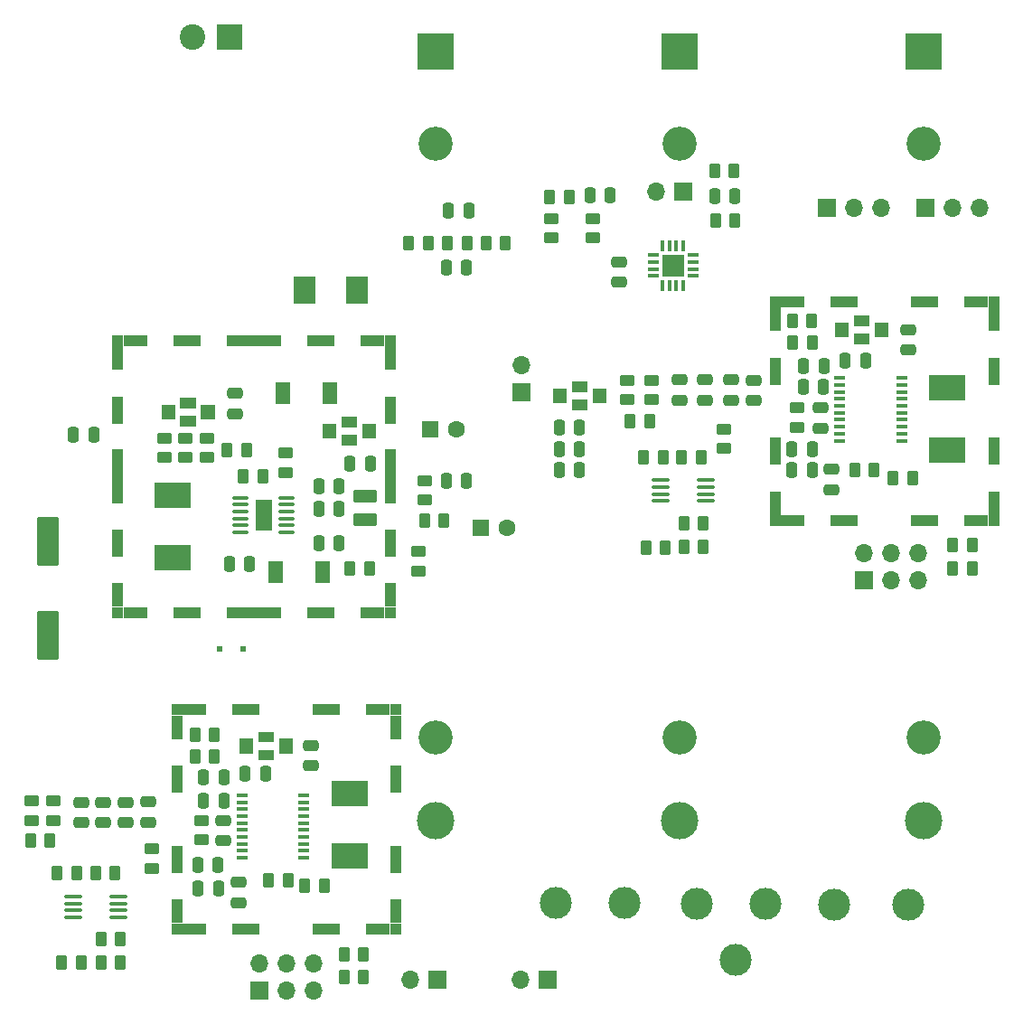
<source format=gbr>
%TF.GenerationSoftware,KiCad,Pcbnew,6.0.2-378541a8eb~116~ubuntu20.04.1*%
%TF.CreationDate,2022-04-05T22:24:09-04:00*%
%TF.ProjectId,power_board,706f7765-725f-4626-9f61-72642e6b6963,rev?*%
%TF.SameCoordinates,Original*%
%TF.FileFunction,Soldermask,Top*%
%TF.FilePolarity,Negative*%
%FSLAX46Y46*%
G04 Gerber Fmt 4.6, Leading zero omitted, Abs format (unit mm)*
G04 Created by KiCad (PCBNEW 6.0.2-378541a8eb~116~ubuntu20.04.1) date 2022-04-05 22:24:09*
%MOMM*%
%LPD*%
G01*
G04 APERTURE LIST*
G04 Aperture macros list*
%AMRoundRect*
0 Rectangle with rounded corners*
0 $1 Rounding radius*
0 $2 $3 $4 $5 $6 $7 $8 $9 X,Y pos of 4 corners*
0 Add a 4 corners polygon primitive as box body*
4,1,4,$2,$3,$4,$5,$6,$7,$8,$9,$2,$3,0*
0 Add four circle primitives for the rounded corners*
1,1,$1+$1,$2,$3*
1,1,$1+$1,$4,$5*
1,1,$1+$1,$6,$7*
1,1,$1+$1,$8,$9*
0 Add four rect primitives between the rounded corners*
20,1,$1+$1,$2,$3,$4,$5,0*
20,1,$1+$1,$4,$5,$6,$7,0*
20,1,$1+$1,$6,$7,$8,$9,0*
20,1,$1+$1,$8,$9,$2,$3,0*%
G04 Aperture macros list end*
%ADD10C,0.010000*%
%ADD11RoundRect,0.250000X0.450000X-0.262500X0.450000X0.262500X-0.450000X0.262500X-0.450000X-0.262500X0*%
%ADD12RoundRect,0.250000X0.250000X0.475000X-0.250000X0.475000X-0.250000X-0.475000X0.250000X-0.475000X0*%
%ADD13C,3.000000*%
%ADD14RoundRect,0.250000X-0.475000X0.250000X-0.475000X-0.250000X0.475000X-0.250000X0.475000X0.250000X0*%
%ADD15RoundRect,0.250000X0.475000X-0.250000X0.475000X0.250000X-0.475000X0.250000X-0.475000X-0.250000X0*%
%ADD16RoundRect,0.250000X0.262500X0.450000X-0.262500X0.450000X-0.262500X-0.450000X0.262500X-0.450000X0*%
%ADD17R,1.600000X1.600000*%
%ADD18C,1.600000*%
%ADD19R,1.000000X0.400000*%
%ADD20RoundRect,0.250000X-0.250000X-0.475000X0.250000X-0.475000X0.250000X0.475000X-0.250000X0.475000X0*%
%ADD21R,2.100000X2.600000*%
%ADD22R,1.700000X1.700000*%
%ADD23O,1.700000X1.700000*%
%ADD24RoundRect,0.250000X-0.262500X-0.450000X0.262500X-0.450000X0.262500X0.450000X-0.262500X0.450000X0*%
%ADD25RoundRect,0.250000X-0.450000X0.262500X-0.450000X-0.262500X0.450000X-0.262500X0.450000X0.262500X0*%
%ADD26RoundRect,0.250001X-0.799999X2.049999X-0.799999X-2.049999X0.799999X-2.049999X0.799999X2.049999X0*%
%ADD27R,1.400000X2.100000*%
%ADD28R,2.400000X2.400000*%
%ADD29C,2.400000*%
%ADD30R,3.429000X2.413000*%
%ADD31RoundRect,0.100000X-0.712500X-0.100000X0.712500X-0.100000X0.712500X0.100000X-0.712500X0.100000X0*%
%ADD32RoundRect,0.100000X0.625000X0.100000X-0.625000X0.100000X-0.625000X-0.100000X0.625000X-0.100000X0*%
%ADD33R,1.650000X2.850000*%
%ADD34RoundRect,0.087500X-0.425000X-0.087500X0.425000X-0.087500X0.425000X0.087500X-0.425000X0.087500X0*%
%ADD35RoundRect,0.087500X-0.087500X-0.425000X0.087500X-0.425000X0.087500X0.425000X-0.087500X0.425000X0*%
%ADD36R,2.100000X2.100000*%
%ADD37R,1.000000X1.000000*%
%ADD38R,2.300000X1.000000*%
%ADD39R,2.600000X1.000000*%
%ADD40R,1.000000X2.600000*%
%ADD41R,1.000000X2.300000*%
%ADD42RoundRect,0.250000X-0.850000X0.375000X-0.850000X-0.375000X0.850000X-0.375000X0.850000X0.375000X0*%
%ADD43R,0.500000X0.500000*%
%ADD44R,1.000000X5.100000*%
%ADD45R,5.100000X1.000000*%
%ADD46C,3.200000*%
%ADD47R,3.500000X3.500000*%
%ADD48C,3.500000*%
G04 APERTURE END LIST*
D10*
%TO.C,C28*%
X56900000Y-63100000D02*
X55500000Y-63100000D01*
X55500000Y-63100000D02*
X55500000Y-62200000D01*
X55500000Y-62200000D02*
X56900000Y-62200000D01*
X56900000Y-62200000D02*
X56900000Y-63100000D01*
G36*
X56900000Y-63100000D02*
G01*
X55500000Y-63100000D01*
X55500000Y-62200000D01*
X56900000Y-62200000D01*
X56900000Y-63100000D01*
G37*
X56900000Y-63100000D02*
X55500000Y-63100000D01*
X55500000Y-62200000D01*
X56900000Y-62200000D01*
X56900000Y-63100000D01*
X54950000Y-62450000D02*
X53750000Y-62450000D01*
X53750000Y-62450000D02*
X53750000Y-61150000D01*
X53750000Y-61150000D02*
X54950000Y-61150000D01*
X54950000Y-61150000D02*
X54950000Y-62450000D01*
G36*
X54950000Y-62450000D02*
G01*
X53750000Y-62450000D01*
X53750000Y-61150000D01*
X54950000Y-61150000D01*
X54950000Y-62450000D01*
G37*
X54950000Y-62450000D02*
X53750000Y-62450000D01*
X53750000Y-61150000D01*
X54950000Y-61150000D01*
X54950000Y-62450000D01*
X56900000Y-61400000D02*
X55500000Y-61400000D01*
X55500000Y-61400000D02*
X55500000Y-60500000D01*
X55500000Y-60500000D02*
X56900000Y-60500000D01*
X56900000Y-60500000D02*
X56900000Y-61400000D01*
G36*
X56900000Y-61400000D02*
G01*
X55500000Y-61400000D01*
X55500000Y-60500000D01*
X56900000Y-60500000D01*
X56900000Y-61400000D01*
G37*
X56900000Y-61400000D02*
X55500000Y-61400000D01*
X55500000Y-60500000D01*
X56900000Y-60500000D01*
X56900000Y-61400000D01*
X58650000Y-62450000D02*
X57450000Y-62450000D01*
X57450000Y-62450000D02*
X57450000Y-61150000D01*
X57450000Y-61150000D02*
X58650000Y-61150000D01*
X58650000Y-61150000D02*
X58650000Y-62450000D01*
G36*
X58650000Y-62450000D02*
G01*
X57450000Y-62450000D01*
X57450000Y-61150000D01*
X58650000Y-61150000D01*
X58650000Y-62450000D01*
G37*
X58650000Y-62450000D02*
X57450000Y-62450000D01*
X57450000Y-61150000D01*
X58650000Y-61150000D01*
X58650000Y-62450000D01*
%TO.C,C8*%
X92196200Y-60700000D02*
X93596200Y-60700000D01*
X93596200Y-60700000D02*
X93596200Y-61600000D01*
X93596200Y-61600000D02*
X92196200Y-61600000D01*
X92196200Y-61600000D02*
X92196200Y-60700000D01*
G36*
X93596200Y-61600000D02*
G01*
X92196200Y-61600000D01*
X92196200Y-60700000D01*
X93596200Y-60700000D01*
X93596200Y-61600000D01*
G37*
X93596200Y-61600000D02*
X92196200Y-61600000D01*
X92196200Y-60700000D01*
X93596200Y-60700000D01*
X93596200Y-61600000D01*
X94146200Y-59650000D02*
X95346200Y-59650000D01*
X95346200Y-59650000D02*
X95346200Y-60950000D01*
X95346200Y-60950000D02*
X94146200Y-60950000D01*
X94146200Y-60950000D02*
X94146200Y-59650000D01*
G36*
X95346200Y-60950000D02*
G01*
X94146200Y-60950000D01*
X94146200Y-59650000D01*
X95346200Y-59650000D01*
X95346200Y-60950000D01*
G37*
X95346200Y-60950000D02*
X94146200Y-60950000D01*
X94146200Y-59650000D01*
X95346200Y-59650000D01*
X95346200Y-60950000D01*
X90446200Y-59650000D02*
X91646200Y-59650000D01*
X91646200Y-59650000D02*
X91646200Y-60950000D01*
X91646200Y-60950000D02*
X90446200Y-60950000D01*
X90446200Y-60950000D02*
X90446200Y-59650000D01*
G36*
X91646200Y-60950000D02*
G01*
X90446200Y-60950000D01*
X90446200Y-59650000D01*
X91646200Y-59650000D01*
X91646200Y-60950000D01*
G37*
X91646200Y-60950000D02*
X90446200Y-60950000D01*
X90446200Y-59650000D01*
X91646200Y-59650000D01*
X91646200Y-60950000D01*
X92196200Y-59000000D02*
X93596200Y-59000000D01*
X93596200Y-59000000D02*
X93596200Y-59900000D01*
X93596200Y-59900000D02*
X92196200Y-59900000D01*
X92196200Y-59900000D02*
X92196200Y-59000000D01*
G36*
X93596200Y-59900000D02*
G01*
X92196200Y-59900000D01*
X92196200Y-59000000D01*
X93596200Y-59000000D01*
X93596200Y-59900000D01*
G37*
X93596200Y-59900000D02*
X92196200Y-59900000D01*
X92196200Y-59000000D01*
X93596200Y-59000000D01*
X93596200Y-59900000D01*
%TO.C,C7*%
X70600000Y-62300000D02*
X72000000Y-62300000D01*
X72000000Y-62300000D02*
X72000000Y-63200000D01*
X72000000Y-63200000D02*
X70600000Y-63200000D01*
X70600000Y-63200000D02*
X70600000Y-62300000D01*
G36*
X72000000Y-63200000D02*
G01*
X70600000Y-63200000D01*
X70600000Y-62300000D01*
X72000000Y-62300000D01*
X72000000Y-63200000D01*
G37*
X72000000Y-63200000D02*
X70600000Y-63200000D01*
X70600000Y-62300000D01*
X72000000Y-62300000D01*
X72000000Y-63200000D01*
X70600000Y-64000000D02*
X72000000Y-64000000D01*
X72000000Y-64000000D02*
X72000000Y-64900000D01*
X72000000Y-64900000D02*
X70600000Y-64900000D01*
X70600000Y-64900000D02*
X70600000Y-64000000D01*
G36*
X72000000Y-64900000D02*
G01*
X70600000Y-64900000D01*
X70600000Y-64000000D01*
X72000000Y-64000000D01*
X72000000Y-64900000D01*
G37*
X72000000Y-64900000D02*
X70600000Y-64900000D01*
X70600000Y-64000000D01*
X72000000Y-64000000D01*
X72000000Y-64900000D01*
X68850000Y-62950000D02*
X70050000Y-62950000D01*
X70050000Y-62950000D02*
X70050000Y-64250000D01*
X70050000Y-64250000D02*
X68850000Y-64250000D01*
X68850000Y-64250000D02*
X68850000Y-62950000D01*
G36*
X70050000Y-64250000D02*
G01*
X68850000Y-64250000D01*
X68850000Y-62950000D01*
X70050000Y-62950000D01*
X70050000Y-64250000D01*
G37*
X70050000Y-64250000D02*
X68850000Y-64250000D01*
X68850000Y-62950000D01*
X70050000Y-62950000D01*
X70050000Y-64250000D01*
X72550000Y-62950000D02*
X73750000Y-62950000D01*
X73750000Y-62950000D02*
X73750000Y-64250000D01*
X73750000Y-64250000D02*
X72550000Y-64250000D01*
X72550000Y-64250000D02*
X72550000Y-62950000D01*
G36*
X73750000Y-64250000D02*
G01*
X72550000Y-64250000D01*
X72550000Y-62950000D01*
X73750000Y-62950000D01*
X73750000Y-64250000D01*
G37*
X73750000Y-64250000D02*
X72550000Y-64250000D01*
X72550000Y-62950000D01*
X73750000Y-62950000D01*
X73750000Y-64250000D01*
%TO.C,C47*%
X62800000Y-91800000D02*
X64200000Y-91800000D01*
X64200000Y-91800000D02*
X64200000Y-92700000D01*
X64200000Y-92700000D02*
X62800000Y-92700000D01*
X62800000Y-92700000D02*
X62800000Y-91800000D01*
G36*
X64200000Y-92700000D02*
G01*
X62800000Y-92700000D01*
X62800000Y-91800000D01*
X64200000Y-91800000D01*
X64200000Y-92700000D01*
G37*
X64200000Y-92700000D02*
X62800000Y-92700000D01*
X62800000Y-91800000D01*
X64200000Y-91800000D01*
X64200000Y-92700000D01*
X62800000Y-93500000D02*
X64200000Y-93500000D01*
X64200000Y-93500000D02*
X64200000Y-94400000D01*
X64200000Y-94400000D02*
X62800000Y-94400000D01*
X62800000Y-94400000D02*
X62800000Y-93500000D01*
G36*
X64200000Y-94400000D02*
G01*
X62800000Y-94400000D01*
X62800000Y-93500000D01*
X64200000Y-93500000D01*
X64200000Y-94400000D01*
G37*
X64200000Y-94400000D02*
X62800000Y-94400000D01*
X62800000Y-93500000D01*
X64200000Y-93500000D01*
X64200000Y-94400000D01*
X61050000Y-92450000D02*
X62250000Y-92450000D01*
X62250000Y-92450000D02*
X62250000Y-93750000D01*
X62250000Y-93750000D02*
X61050000Y-93750000D01*
X61050000Y-93750000D02*
X61050000Y-92450000D01*
G36*
X62250000Y-93750000D02*
G01*
X61050000Y-93750000D01*
X61050000Y-92450000D01*
X62250000Y-92450000D01*
X62250000Y-93750000D01*
G37*
X62250000Y-93750000D02*
X61050000Y-93750000D01*
X61050000Y-92450000D01*
X62250000Y-92450000D01*
X62250000Y-93750000D01*
X64750000Y-92450000D02*
X65950000Y-92450000D01*
X65950000Y-92450000D02*
X65950000Y-93750000D01*
X65950000Y-93750000D02*
X64750000Y-93750000D01*
X64750000Y-93750000D02*
X64750000Y-92450000D01*
G36*
X65950000Y-93750000D02*
G01*
X64750000Y-93750000D01*
X64750000Y-92450000D01*
X65950000Y-92450000D01*
X65950000Y-93750000D01*
G37*
X65950000Y-93750000D02*
X64750000Y-93750000D01*
X64750000Y-92450000D01*
X65950000Y-92450000D01*
X65950000Y-93750000D01*
%TO.C,C31*%
X118596200Y-52800000D02*
X119996200Y-52800000D01*
X119996200Y-52800000D02*
X119996200Y-53700000D01*
X119996200Y-53700000D02*
X118596200Y-53700000D01*
X118596200Y-53700000D02*
X118596200Y-52800000D01*
G36*
X119996200Y-53700000D02*
G01*
X118596200Y-53700000D01*
X118596200Y-52800000D01*
X119996200Y-52800000D01*
X119996200Y-53700000D01*
G37*
X119996200Y-53700000D02*
X118596200Y-53700000D01*
X118596200Y-52800000D01*
X119996200Y-52800000D01*
X119996200Y-53700000D01*
X120546200Y-53450000D02*
X121746200Y-53450000D01*
X121746200Y-53450000D02*
X121746200Y-54750000D01*
X121746200Y-54750000D02*
X120546200Y-54750000D01*
X120546200Y-54750000D02*
X120546200Y-53450000D01*
G36*
X121746200Y-54750000D02*
G01*
X120546200Y-54750000D01*
X120546200Y-53450000D01*
X121746200Y-53450000D01*
X121746200Y-54750000D01*
G37*
X121746200Y-54750000D02*
X120546200Y-54750000D01*
X120546200Y-53450000D01*
X121746200Y-53450000D01*
X121746200Y-54750000D01*
X116846200Y-53450000D02*
X118046200Y-53450000D01*
X118046200Y-53450000D02*
X118046200Y-54750000D01*
X118046200Y-54750000D02*
X116846200Y-54750000D01*
X116846200Y-54750000D02*
X116846200Y-53450000D01*
G36*
X118046200Y-54750000D02*
G01*
X116846200Y-54750000D01*
X116846200Y-53450000D01*
X118046200Y-53450000D01*
X118046200Y-54750000D01*
G37*
X118046200Y-54750000D02*
X116846200Y-54750000D01*
X116846200Y-53450000D01*
X118046200Y-53450000D01*
X118046200Y-54750000D01*
X118596200Y-54500000D02*
X119996200Y-54500000D01*
X119996200Y-54500000D02*
X119996200Y-55400000D01*
X119996200Y-55400000D02*
X118596200Y-55400000D01*
X118596200Y-55400000D02*
X118596200Y-54500000D01*
G36*
X119996200Y-55400000D02*
G01*
X118596200Y-55400000D01*
X118596200Y-54500000D01*
X119996200Y-54500000D01*
X119996200Y-55400000D01*
G37*
X119996200Y-55400000D02*
X118596200Y-55400000D01*
X118596200Y-54500000D01*
X119996200Y-54500000D01*
X119996200Y-55400000D01*
%TD*%
D11*
%TO.C,R26*%
X113296200Y-63300000D03*
X113296200Y-61475000D03*
%TD*%
D12*
%TO.C,C10*%
X73300000Y-66700000D03*
X71400000Y-66700000D03*
%TD*%
D13*
%TO.C,TP18*%
X107500000Y-113200000D03*
%TD*%
D14*
%TO.C,C33*%
X123696200Y-54116800D03*
X123696200Y-56016800D03*
%TD*%
D12*
%TO.C,C42*%
X59057800Y-104300000D03*
X57157800Y-104300000D03*
%TD*%
D15*
%TO.C,C26*%
X60600000Y-62000000D03*
X60600000Y-60100000D03*
%TD*%
D16*
%TO.C,R13*%
X73225000Y-76500000D03*
X71400000Y-76500000D03*
%TD*%
D17*
%TO.C,C11*%
X83617620Y-72700000D03*
D18*
X86117620Y-72700000D03*
%TD*%
D16*
%TO.C,R45*%
X68975000Y-106200000D03*
X67150000Y-106200000D03*
%TD*%
%TO.C,R52*%
X107387500Y-39225000D03*
X105562500Y-39225000D03*
%TD*%
D12*
%TO.C,C25*%
X115775000Y-59500000D03*
X113875000Y-59500000D03*
%TD*%
D19*
%TO.C,U6*%
X61300000Y-97750000D03*
X61300000Y-98400000D03*
X61300000Y-99050000D03*
X61300000Y-99700000D03*
X61300000Y-100350000D03*
X61300000Y-101000000D03*
X61300000Y-101650000D03*
X61300000Y-102300000D03*
X61300000Y-102950000D03*
X61300000Y-103600000D03*
X67100000Y-103600000D03*
X67100000Y-102950000D03*
X67100000Y-102300000D03*
X67100000Y-101650000D03*
X67100000Y-101000000D03*
X67100000Y-100350000D03*
X67100000Y-99700000D03*
X67100000Y-99050000D03*
X67100000Y-98400000D03*
X67100000Y-97750000D03*
%TD*%
D12*
%TO.C,C5*%
X82550000Y-43000000D03*
X80650000Y-43000000D03*
%TD*%
D20*
%TO.C,C12*%
X80400000Y-68300000D03*
X82300000Y-68300000D03*
%TD*%
D21*
%TO.C,D1*%
X72070000Y-50400000D03*
X67170000Y-50400000D03*
%TD*%
D22*
%TO.C,J10*%
X102662500Y-41225000D03*
D23*
X100122500Y-41225000D03*
%TD*%
D20*
%TO.C,C24*%
X117796200Y-57050600D03*
X119696200Y-57050600D03*
%TD*%
D16*
%TO.C,R51*%
X58700000Y-92118800D03*
X56875000Y-92118800D03*
%TD*%
D22*
%TO.C,J6*%
X116075000Y-42700000D03*
D23*
X118615000Y-42700000D03*
X121155000Y-42700000D03*
%TD*%
D20*
%TO.C,C49*%
X105562500Y-41625000D03*
X107462500Y-41625000D03*
%TD*%
D14*
%TO.C,C14*%
X104696200Y-58846400D03*
X104696200Y-60746400D03*
%TD*%
D24*
%TO.C,R36*%
X48075000Y-111200000D03*
X49900000Y-111200000D03*
%TD*%
D20*
%TO.C,C16*%
X68500000Y-68800000D03*
X70400000Y-68800000D03*
%TD*%
D16*
%TO.C,R20*%
X124087500Y-68000000D03*
X122262500Y-68000000D03*
%TD*%
D25*
%TO.C,R19*%
X106452400Y-63451400D03*
X106452400Y-65276400D03*
%TD*%
D24*
%TO.C,R9*%
X97671200Y-62700000D03*
X99496200Y-62700000D03*
%TD*%
%TO.C,R28*%
X112867400Y-55300000D03*
X114692400Y-55300000D03*
%TD*%
D16*
%TO.C,R29*%
X114667000Y-53300000D03*
X112842000Y-53300000D03*
%TD*%
%TO.C,R17*%
X104321200Y-66100000D03*
X102496200Y-66100000D03*
%TD*%
D15*
%TO.C,C34*%
X96600000Y-49700000D03*
X96600000Y-47800000D03*
%TD*%
D13*
%TO.C,TP17*%
X123700000Y-108000000D03*
%TD*%
D11*
%TO.C,R1*%
X90262500Y-45550000D03*
X90262500Y-43725000D03*
%TD*%
D26*
%TO.C,C32*%
X43100000Y-74000000D03*
X43100000Y-82800000D03*
%TD*%
D27*
%TO.C,D3*%
X64400000Y-76800000D03*
X68800000Y-76800000D03*
%TD*%
D14*
%TO.C,C39*%
X52500000Y-98380600D03*
X52500000Y-100280600D03*
%TD*%
D22*
%TO.C,J13*%
X79600000Y-115000000D03*
D23*
X77060000Y-115000000D03*
%TD*%
D24*
%TO.C,R4*%
X90106000Y-41726000D03*
X91931000Y-41726000D03*
%TD*%
D14*
%TO.C,C15*%
X107096200Y-58841200D03*
X107096200Y-60741200D03*
%TD*%
D20*
%TO.C,C20*%
X112796200Y-67300000D03*
X114696200Y-67300000D03*
%TD*%
D15*
%TO.C,C21*%
X116496200Y-69100000D03*
X116496200Y-67200000D03*
%TD*%
D14*
%TO.C,C17*%
X109200000Y-58866600D03*
X109200000Y-60766600D03*
%TD*%
D25*
%TO.C,R23*%
X65400000Y-65675000D03*
X65400000Y-67500000D03*
%TD*%
%TO.C,R11*%
X97384800Y-58876900D03*
X97384800Y-60701900D03*
%TD*%
D24*
%TO.C,R2*%
X80525000Y-46000000D03*
X82350000Y-46000000D03*
%TD*%
D13*
%TO.C,TP14*%
X103900000Y-107900000D03*
%TD*%
D12*
%TO.C,C22*%
X114700000Y-65300000D03*
X112800000Y-65300000D03*
%TD*%
D14*
%TO.C,C48*%
X67700000Y-93100000D03*
X67700000Y-95000000D03*
%TD*%
D24*
%TO.C,R48*%
X63775000Y-105700000D03*
X65600000Y-105700000D03*
%TD*%
D28*
%TO.C,J1*%
X60150000Y-26700000D03*
D29*
X56650000Y-26700000D03*
%TD*%
D30*
%TO.C,L3*%
X54800000Y-75496000D03*
X54800000Y-69654000D03*
%TD*%
D12*
%TO.C,C46*%
X59600000Y-96100000D03*
X57700000Y-96100000D03*
%TD*%
D13*
%TO.C,TP15*%
X110300000Y-107900000D03*
%TD*%
D20*
%TO.C,C43*%
X61600000Y-95700000D03*
X63500000Y-95700000D03*
%TD*%
D16*
%TO.C,R14*%
X100721200Y-66100000D03*
X98896200Y-66100000D03*
%TD*%
D31*
%TO.C,U5*%
X45487500Y-107225000D03*
X45487500Y-107875000D03*
X45487500Y-108525000D03*
X45487500Y-109175000D03*
X49712500Y-109175000D03*
X49712500Y-108525000D03*
X49712500Y-107875000D03*
X49712500Y-107225000D03*
%TD*%
D24*
%TO.C,R5*%
X76925000Y-46000000D03*
X78750000Y-46000000D03*
%TD*%
D19*
%TO.C,U2*%
X117300000Y-58675000D03*
X117300000Y-59325000D03*
X117300000Y-59975000D03*
X117300000Y-60625000D03*
X117300000Y-61275000D03*
X117300000Y-61925000D03*
X117300000Y-62575000D03*
X117300000Y-63225000D03*
X117300000Y-63875000D03*
X117300000Y-64525000D03*
X123100000Y-64525000D03*
X123100000Y-63875000D03*
X123100000Y-63225000D03*
X123100000Y-62575000D03*
X123100000Y-61925000D03*
X123100000Y-61275000D03*
X123100000Y-60625000D03*
X123100000Y-59975000D03*
X123100000Y-59325000D03*
X123100000Y-58675000D03*
%TD*%
D16*
%TO.C,R46*%
X72670000Y-114765000D03*
X70845000Y-114765000D03*
%TD*%
D11*
%TO.C,R15*%
X78400000Y-70100000D03*
X78400000Y-68275000D03*
%TD*%
D12*
%TO.C,C30*%
X47400000Y-63950000D03*
X45500000Y-63950000D03*
%TD*%
D20*
%TO.C,C6*%
X91010100Y-63277800D03*
X92910100Y-63277800D03*
%TD*%
D16*
%TO.C,R10*%
X104521200Y-74500000D03*
X102696200Y-74500000D03*
%TD*%
D15*
%TO.C,C41*%
X61000000Y-107800000D03*
X61000000Y-105900000D03*
%TD*%
D14*
%TO.C,C36*%
X46200000Y-98400000D03*
X46200000Y-100300000D03*
%TD*%
D20*
%TO.C,C1*%
X80400000Y-48300000D03*
X82300000Y-48300000D03*
%TD*%
D31*
%TO.C,U1*%
X100483700Y-68225000D03*
X100483700Y-68875000D03*
X100483700Y-69525000D03*
X100483700Y-70175000D03*
X104708700Y-70175000D03*
X104708700Y-69525000D03*
X104708700Y-68875000D03*
X104708700Y-68225000D03*
%TD*%
D22*
%TO.C,J8*%
X62920000Y-116040000D03*
D23*
X62920000Y-113500000D03*
X65460000Y-116040000D03*
X65460000Y-113500000D03*
X68000000Y-116040000D03*
X68000000Y-113500000D03*
%TD*%
D24*
%TO.C,R50*%
X56875000Y-94100000D03*
X58700000Y-94100000D03*
%TD*%
D25*
%TO.C,R18*%
X77800000Y-74900000D03*
X77800000Y-76725000D03*
%TD*%
D13*
%TO.C,TP16*%
X116800000Y-108000000D03*
%TD*%
D16*
%TO.C,R12*%
X100965200Y-74525400D03*
X99140200Y-74525400D03*
%TD*%
D20*
%TO.C,C40*%
X57200000Y-106500000D03*
X59100000Y-106500000D03*
%TD*%
D25*
%TO.C,R31*%
X56000000Y-64275000D03*
X56000000Y-66100000D03*
%TD*%
D14*
%TO.C,C37*%
X48300000Y-98400000D03*
X48300000Y-100300000D03*
%TD*%
D16*
%TO.C,R6*%
X85975000Y-46000000D03*
X84150000Y-46000000D03*
%TD*%
%TO.C,R41*%
X46200000Y-113400000D03*
X44375000Y-113400000D03*
%TD*%
D14*
%TO.C,C45*%
X59500000Y-100100000D03*
X59500000Y-102000000D03*
%TD*%
D24*
%TO.C,R7*%
X102696200Y-72290200D03*
X104521200Y-72290200D03*
%TD*%
D16*
%TO.C,R24*%
X129717400Y-74315600D03*
X127892400Y-74315600D03*
%TD*%
%TO.C,R42*%
X45800000Y-105000000D03*
X43975000Y-105000000D03*
%TD*%
D12*
%TO.C,C29*%
X115800000Y-57500000D03*
X113900000Y-57500000D03*
%TD*%
D24*
%TO.C,R25*%
X118671200Y-67300000D03*
X120496200Y-67300000D03*
%TD*%
D30*
%TO.C,L2*%
X127375000Y-65371000D03*
X127375000Y-59529000D03*
%TD*%
D20*
%TO.C,C2*%
X90996200Y-67300000D03*
X92896200Y-67300000D03*
%TD*%
D32*
%TO.C,U3*%
X65450000Y-73125000D03*
X65450000Y-72475000D03*
X65450000Y-71825000D03*
X65450000Y-71175000D03*
X65450000Y-70525000D03*
X65450000Y-69875000D03*
X61150000Y-69875000D03*
X61150000Y-70525000D03*
X61150000Y-71175000D03*
X61150000Y-71825000D03*
X61150000Y-72475000D03*
X61150000Y-73125000D03*
D33*
X63300000Y-71500000D03*
%TD*%
D34*
%TO.C,U4*%
X99800000Y-47150000D03*
X99800000Y-47800000D03*
X99800000Y-48450000D03*
X99800000Y-49100000D03*
D35*
X100687500Y-49987500D03*
X101337500Y-49987500D03*
X101987500Y-49987500D03*
X102637500Y-49987500D03*
D34*
X103525000Y-49100000D03*
X103525000Y-48450000D03*
X103525000Y-47800000D03*
X103525000Y-47150000D03*
D35*
X102637500Y-46262500D03*
X101987500Y-46262500D03*
X101337500Y-46262500D03*
X100687500Y-46262500D03*
D36*
X101662500Y-48125000D03*
%TD*%
D37*
%TO.C,J9*%
X75675000Y-89750000D03*
D38*
X74025000Y-89750000D03*
D39*
X69175000Y-89750000D03*
D37*
X55175000Y-110250000D03*
D40*
X75675000Y-103750000D03*
D41*
X55175000Y-91400000D03*
D40*
X55175000Y-96250000D03*
D38*
X74025000Y-110250000D03*
D37*
X55175000Y-89750000D03*
D41*
X55175000Y-108600000D03*
X75675000Y-108600000D03*
D37*
X75675000Y-110250000D03*
D38*
X56825000Y-89750000D03*
D39*
X61675000Y-89750000D03*
D40*
X75675000Y-96250000D03*
X55175000Y-103750000D03*
D39*
X69175000Y-110250000D03*
D38*
X56825000Y-110250000D03*
D41*
X75675000Y-91400000D03*
D39*
X61675000Y-110250000D03*
%TD*%
D22*
%TO.C,J7*%
X125275000Y-42700000D03*
D23*
X127815000Y-42700000D03*
X130355000Y-42700000D03*
%TD*%
D42*
%TO.C,L1*%
X72800000Y-69750000D03*
X72800000Y-71900000D03*
%TD*%
D43*
%TO.C,D4*%
X61410000Y-84000000D03*
X59210000Y-84000000D03*
%TD*%
D20*
%TO.C,C3*%
X90996200Y-65300000D03*
X92896200Y-65300000D03*
%TD*%
D25*
%TO.C,R40*%
X43600000Y-98275000D03*
X43600000Y-100100000D03*
%TD*%
D14*
%TO.C,C13*%
X102296200Y-58846400D03*
X102296200Y-60746400D03*
%TD*%
D20*
%TO.C,C4*%
X93887500Y-41562500D03*
X95787500Y-41562500D03*
%TD*%
D27*
%TO.C,D2*%
X69500000Y-60100000D03*
X65100000Y-60100000D03*
%TD*%
D11*
%TO.C,R37*%
X41600000Y-100125000D03*
X41600000Y-98300000D03*
%TD*%
D12*
%TO.C,C18*%
X70400000Y-74100000D03*
X68500000Y-74100000D03*
%TD*%
D37*
%TO.C,J5*%
X131725000Y-72025000D03*
D40*
X131725000Y-65525000D03*
X131725000Y-58025000D03*
X111225000Y-65525000D03*
D37*
X111225000Y-72025000D03*
D41*
X111225000Y-70375000D03*
D39*
X125225000Y-51525000D03*
X125225000Y-72025000D03*
D37*
X131725000Y-51525000D03*
D38*
X112875000Y-72025000D03*
X130075000Y-51525000D03*
X130075000Y-72025000D03*
D41*
X131725000Y-53175000D03*
D38*
X112875000Y-51525000D03*
D41*
X111225000Y-53175000D03*
D37*
X111225000Y-51525000D03*
D39*
X117725000Y-51525000D03*
X117725000Y-72025000D03*
D41*
X131725000Y-70375000D03*
D40*
X111225000Y-58025000D03*
%TD*%
D16*
%TO.C,R16*%
X63225000Y-67900000D03*
X61400000Y-67900000D03*
%TD*%
D24*
%TO.C,R27*%
X59900000Y-65400000D03*
X61725000Y-65400000D03*
%TD*%
D22*
%TO.C,J2*%
X87500000Y-60000000D03*
D23*
X87500000Y-57460000D03*
%TD*%
D13*
%TO.C,TP12*%
X90700000Y-107800000D03*
%TD*%
D11*
%TO.C,R8*%
X99696200Y-60700000D03*
X99696200Y-58875000D03*
%TD*%
D16*
%TO.C,R38*%
X43300000Y-102000000D03*
X41475000Y-102000000D03*
%TD*%
D44*
%TO.C,J4*%
X49650000Y-67900000D03*
D41*
X49650000Y-79000000D03*
D40*
X75150000Y-61650000D03*
D38*
X73500000Y-80650000D03*
D41*
X75150000Y-79000000D03*
D39*
X68650000Y-80650000D03*
D45*
X62400000Y-80650000D03*
D38*
X73500000Y-55150000D03*
D41*
X75150000Y-56800000D03*
X49650000Y-56800000D03*
D44*
X75150000Y-67900000D03*
D37*
X49650000Y-55150000D03*
X49650000Y-80650000D03*
D39*
X56150000Y-55150000D03*
D38*
X51300000Y-80650000D03*
D40*
X49650000Y-61650000D03*
D39*
X56150000Y-80650000D03*
D38*
X51300000Y-55150000D03*
D37*
X75150000Y-55150000D03*
X75150000Y-80650000D03*
D45*
X62400000Y-55150000D03*
D39*
X68650000Y-55150000D03*
D40*
X49650000Y-74150000D03*
X75150000Y-74150000D03*
%TD*%
D25*
%TO.C,R30*%
X54000000Y-64275000D03*
X54000000Y-66100000D03*
%TD*%
D20*
%TO.C,C19*%
X68500000Y-70900000D03*
X70400000Y-70900000D03*
%TD*%
D11*
%TO.C,R3*%
X94162500Y-45550000D03*
X94162500Y-43725000D03*
%TD*%
D16*
%TO.C,R43*%
X49403000Y-105000000D03*
X47578000Y-105000000D03*
%TD*%
%TO.C,R39*%
X49900000Y-113400000D03*
X48075000Y-113400000D03*
%TD*%
D22*
%TO.C,J12*%
X89900000Y-115000000D03*
D23*
X87360000Y-115000000D03*
%TD*%
D16*
%TO.C,R22*%
X129721200Y-76500000D03*
X127896200Y-76500000D03*
%TD*%
D11*
%TO.C,R49*%
X57500000Y-101925000D03*
X57500000Y-100100000D03*
%TD*%
D14*
%TO.C,C27*%
X115496200Y-61467800D03*
X115496200Y-63367800D03*
%TD*%
D13*
%TO.C,TP13*%
X97100000Y-107800000D03*
%TD*%
D16*
%TO.C,R21*%
X80212500Y-72000000D03*
X78387500Y-72000000D03*
%TD*%
D25*
%TO.C,R32*%
X58000000Y-64275000D03*
X58000000Y-66100000D03*
%TD*%
D16*
%TO.C,R47*%
X72670000Y-112665000D03*
X70845000Y-112665000D03*
%TD*%
D12*
%TO.C,C44*%
X59600000Y-98300000D03*
X57700000Y-98300000D03*
%TD*%
D22*
%TO.C,J3*%
X119571200Y-77575000D03*
D23*
X119571200Y-75035000D03*
X122111200Y-77575000D03*
X122111200Y-75035000D03*
X124651200Y-77575000D03*
X124651200Y-75035000D03*
%TD*%
D17*
%TO.C,C9*%
X78900000Y-63500000D03*
D18*
X81400000Y-63500000D03*
%TD*%
D30*
%TO.C,L4*%
X71375000Y-103467000D03*
X71375000Y-97625000D03*
%TD*%
D20*
%TO.C,C23*%
X60100000Y-76100000D03*
X62000000Y-76100000D03*
%TD*%
D16*
%TO.C,10mOhms1*%
X107462500Y-43925000D03*
X105637500Y-43925000D03*
%TD*%
D14*
%TO.C,C38*%
X50400000Y-98400000D03*
X50400000Y-100300000D03*
%TD*%
D25*
%TO.C,R44*%
X52878000Y-102791400D03*
X52878000Y-104616400D03*
%TD*%
D46*
%TO.C,BT2*%
X125120000Y-36745000D03*
X125120000Y-92355000D03*
D47*
X125120000Y-28100000D03*
D48*
X125120000Y-100100000D03*
%TD*%
D46*
%TO.C,BT1*%
X102260000Y-92355000D03*
X102260000Y-36745000D03*
D47*
X102260000Y-28100000D03*
D48*
X102260000Y-100100000D03*
%TD*%
D46*
%TO.C,BT3*%
X79400000Y-36745000D03*
X79400000Y-92355000D03*
D47*
X79400000Y-28100000D03*
D48*
X79400000Y-100100000D03*
%TD*%
M02*

</source>
